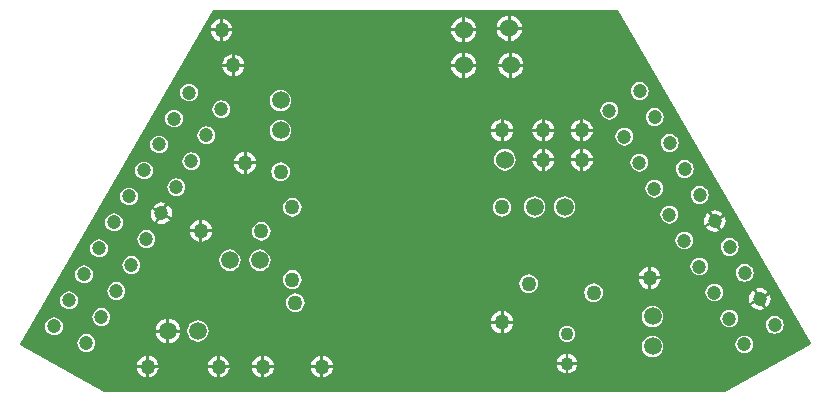
<source format=gbl>
%FSLAX44Y44*%
%MOMM*%
G71*
G01*
G75*
G04 Layer_Physical_Order=2*
G04 Layer_Color=16711680*
%ADD10R,0.7000X0.9000*%
%ADD11R,0.9000X0.7000*%
%ADD12R,2.5400X1.2700*%
%ADD13C,0.2540*%
%ADD14C,0.5000*%
%ADD15C,1.5240*%
%ADD16C,1.1000*%
%ADD17C,1.2000*%
%ADD18C,1.5000*%
%ADD19C,1.2700*%
G36*
X598698Y44716D02*
X598360Y43492D01*
X525912Y3059D01*
X796D01*
X-70477Y42836D01*
X-70815Y44060D01*
X92695Y327241D01*
X435567D01*
X598698Y44716D01*
D02*
G37*
%LPC*%
G36*
X471766Y98750D02*
X463750D01*
Y90734D01*
X464941Y90891D01*
X467215Y91833D01*
X469169Y93331D01*
X470667Y95285D01*
X471609Y97559D01*
X471766Y98750D01*
D02*
G37*
G36*
X160000Y106572D02*
X157951Y106302D01*
X156041Y105511D01*
X154401Y104253D01*
X153143Y102613D01*
X152352Y100703D01*
X152082Y98654D01*
X152352Y96605D01*
X153143Y94695D01*
X154401Y93055D01*
X156041Y91797D01*
X157951Y91006D01*
X160000Y90736D01*
X162049Y91006D01*
X163959Y91797D01*
X165599Y93055D01*
X166857Y94695D01*
X167648Y96605D01*
X167918Y98654D01*
X167648Y100703D01*
X166857Y102613D01*
X165599Y104253D01*
X163959Y105511D01*
X162049Y106302D01*
X160000Y106572D01*
D02*
G37*
G36*
X360000Y102918D02*
X357951Y102648D01*
X356041Y101857D01*
X354401Y100599D01*
X353143Y98959D01*
X352352Y97049D01*
X352082Y95000D01*
X352352Y92951D01*
X353143Y91041D01*
X354401Y89401D01*
X356041Y88143D01*
X357951Y87352D01*
X360000Y87082D01*
X362049Y87352D01*
X363959Y88143D01*
X365599Y89401D01*
X366857Y91041D01*
X367648Y92951D01*
X367918Y95000D01*
X367648Y97049D01*
X366857Y98959D01*
X365599Y100599D01*
X363959Y101857D01*
X362049Y102648D01*
X360000Y102918D01*
D02*
G37*
G36*
X461250Y98750D02*
X453234D01*
X453391Y97559D01*
X454333Y95285D01*
X455831Y93331D01*
X457785Y91833D01*
X460059Y90891D01*
X461250Y90734D01*
Y98750D01*
D02*
G37*
G36*
X-16331Y110553D02*
X-18289Y110295D01*
X-20114Y109540D01*
X-21680Y108337D01*
X-22883Y106771D01*
X-23638Y104946D01*
X-23896Y102988D01*
X-23638Y101031D01*
X-22883Y99206D01*
X-21680Y97639D01*
X-20114Y96437D01*
X-18289Y95681D01*
X-16331Y95424D01*
X-14374Y95681D01*
X-12549Y96437D01*
X-10982Y97639D01*
X-9780Y99206D01*
X-9024Y101031D01*
X-8767Y102989D01*
X-9024Y104946D01*
X-9780Y106771D01*
X-10982Y108337D01*
X-12549Y109540D01*
X-14374Y110295D01*
X-16331Y110553D01*
D02*
G37*
G36*
X463750Y109266D02*
Y101250D01*
X471766D01*
X471609Y102441D01*
X470667Y104715D01*
X469169Y106669D01*
X467215Y108167D01*
X464941Y109109D01*
X463750Y109266D01*
D02*
G37*
G36*
X504504Y117200D02*
X502546Y116942D01*
X500722Y116187D01*
X499155Y114985D01*
X497953Y113418D01*
X497197Y111593D01*
X496940Y109635D01*
X497197Y107678D01*
X497953Y105853D01*
X499155Y104286D01*
X500722Y103084D01*
X502546Y102329D01*
X504504Y102071D01*
X506462Y102329D01*
X508287Y103084D01*
X509853Y104286D01*
X511055Y105853D01*
X511811Y107678D01*
X512069Y109635D01*
X511811Y111593D01*
X511055Y113418D01*
X509853Y114985D01*
X508287Y116187D01*
X506462Y116942D01*
X504504Y117200D01*
D02*
G37*
G36*
X543041Y111852D02*
X541083Y111594D01*
X539259Y110839D01*
X537692Y109637D01*
X536490Y108070D01*
X535734Y106245D01*
X535477Y104288D01*
X535734Y102330D01*
X536490Y100505D01*
X537692Y98939D01*
X539259Y97736D01*
X541083Y96981D01*
X543041Y96723D01*
X544999Y96981D01*
X546824Y97736D01*
X548390Y98939D01*
X549593Y100505D01*
X550348Y102330D01*
X550606Y104288D01*
X550348Y106245D01*
X549593Y108070D01*
X548390Y109637D01*
X546824Y110839D01*
X544999Y111594D01*
X543041Y111852D01*
D02*
G37*
G36*
X461250Y109266D02*
X460059Y109109D01*
X457785Y108167D01*
X455831Y106669D01*
X454333Y104715D01*
X453391Y102441D01*
X453234Y101250D01*
X461250D01*
Y109266D01*
D02*
G37*
G36*
X-29031Y88556D02*
X-30989Y88298D01*
X-32814Y87543D01*
X-34380Y86340D01*
X-35583Y84774D01*
X-36338Y82949D01*
X-36596Y80991D01*
X-36338Y79033D01*
X-35583Y77209D01*
X-34380Y75642D01*
X-32814Y74440D01*
X-30989Y73685D01*
X-29031Y73427D01*
X-27074Y73685D01*
X-25249Y74440D01*
X-23682Y75642D01*
X-22480Y77209D01*
X-21724Y79033D01*
X-21467Y80991D01*
X-21724Y82949D01*
X-22480Y84774D01*
X-23682Y86341D01*
X-25249Y87543D01*
X-27074Y88298D01*
X-29031Y88556D01*
D02*
G37*
G36*
X564085Y85665D02*
X557449Y81833D01*
X561280Y75196D01*
X562160Y75872D01*
X563603Y77752D01*
X564510Y79941D01*
X564819Y82290D01*
X564510Y84640D01*
X564085Y85665D01*
D02*
G37*
G36*
X162500Y86904D02*
X160451Y86634D01*
X158541Y85843D01*
X156901Y84585D01*
X155643Y82945D01*
X154852Y81035D01*
X154582Y78986D01*
X154852Y76937D01*
X155643Y75027D01*
X156901Y73387D01*
X158541Y72129D01*
X160451Y71338D01*
X162500Y71068D01*
X164549Y71338D01*
X166459Y72129D01*
X168099Y73387D01*
X169357Y75027D01*
X170148Y76937D01*
X170418Y78986D01*
X170148Y81035D01*
X169357Y82945D01*
X168099Y84585D01*
X166459Y85843D01*
X164549Y86634D01*
X162500Y86904D01*
D02*
G37*
G36*
X555284Y80583D02*
X548647Y76751D01*
X549323Y75872D01*
X551203Y74429D01*
X553392Y73522D01*
X555741Y73213D01*
X558091Y73522D01*
X559115Y73947D01*
X555284Y80583D01*
D02*
G37*
G36*
X550202Y89384D02*
X549322Y88709D01*
X547880Y86829D01*
X546973Y84640D01*
X546664Y82290D01*
X546973Y79941D01*
X547397Y78917D01*
X554034Y82748D01*
X550202Y89384D01*
D02*
G37*
G36*
X10956Y96416D02*
X8998Y96158D01*
X7173Y95402D01*
X5606Y94200D01*
X4404Y92633D01*
X3649Y90809D01*
X3391Y88851D01*
X3649Y86893D01*
X4404Y85069D01*
X5606Y83502D01*
X7173Y82300D01*
X8998Y81544D01*
X10956Y81286D01*
X12914Y81544D01*
X14738Y82300D01*
X16305Y83502D01*
X17507Y85069D01*
X18262Y86893D01*
X18520Y88851D01*
X18262Y90809D01*
X17507Y92633D01*
X16305Y94200D01*
X14738Y95402D01*
X12914Y96158D01*
X10956Y96416D01*
D02*
G37*
G36*
X555741Y91368D02*
X553392Y91059D01*
X552367Y90634D01*
X556199Y83998D01*
X562835Y87830D01*
X562160Y88709D01*
X560280Y90152D01*
X558091Y91059D01*
X555741Y91368D01*
D02*
G37*
G36*
X415000Y95418D02*
X412951Y95148D01*
X411041Y94357D01*
X409401Y93099D01*
X408143Y91459D01*
X407352Y89549D01*
X407082Y87500D01*
X407352Y85451D01*
X408143Y83541D01*
X409401Y81901D01*
X411041Y80643D01*
X412951Y79852D01*
X415000Y79582D01*
X417049Y79852D01*
X418959Y80643D01*
X420599Y81901D01*
X421857Y83541D01*
X422648Y85451D01*
X422918Y87500D01*
X422648Y89549D01*
X421857Y91459D01*
X420599Y93099D01*
X418959Y94357D01*
X417049Y95148D01*
X415000Y95418D01*
D02*
G37*
G36*
X517204Y95203D02*
X515246Y94945D01*
X513422Y94190D01*
X511855Y92987D01*
X510653Y91421D01*
X509897Y89596D01*
X509640Y87638D01*
X509897Y85681D01*
X510653Y83856D01*
X511855Y82289D01*
X513422Y81087D01*
X515246Y80331D01*
X517204Y80074D01*
X519162Y80331D01*
X520987Y81087D01*
X522553Y82289D01*
X523755Y83856D01*
X524511Y85681D01*
X524769Y87638D01*
X524511Y89596D01*
X523755Y91421D01*
X522553Y92987D01*
X520987Y94190D01*
X519162Y94945D01*
X517204Y95203D01*
D02*
G37*
G36*
X23656Y118413D02*
X21698Y118155D01*
X19873Y117399D01*
X18306Y116197D01*
X17104Y114630D01*
X16349Y112806D01*
X16091Y110848D01*
X16349Y108890D01*
X17104Y107066D01*
X18306Y105499D01*
X19873Y104297D01*
X21698Y103541D01*
X23656Y103283D01*
X25614Y103541D01*
X27438Y104297D01*
X29005Y105499D01*
X30207Y107066D01*
X30963Y108890D01*
X31220Y110848D01*
X30963Y112806D01*
X30207Y114630D01*
X29005Y116197D01*
X27438Y117399D01*
X25614Y118155D01*
X23656Y118413D01*
D02*
G37*
G36*
X525985Y151656D02*
X519349Y147824D01*
X523180Y141188D01*
X524060Y141863D01*
X525503Y143743D01*
X526410Y145932D01*
X526719Y148282D01*
X526410Y150631D01*
X525985Y151656D01*
D02*
G37*
G36*
X81250Y149266D02*
X80059Y149109D01*
X77785Y148167D01*
X75831Y146669D01*
X74333Y144715D01*
X73391Y142441D01*
X73234Y141250D01*
X81250D01*
Y149266D01*
D02*
G37*
G36*
X517184Y146574D02*
X510547Y142743D01*
X511222Y141863D01*
X513102Y140420D01*
X515292Y139513D01*
X517641Y139204D01*
X519991Y139513D01*
X521015Y139938D01*
X517184Y146574D01*
D02*
G37*
G36*
X9069Y154547D02*
X7111Y154290D01*
X5286Y153534D01*
X3720Y152332D01*
X2517Y150765D01*
X1762Y148940D01*
X1504Y146982D01*
X1762Y145025D01*
X2517Y143200D01*
X3720Y141634D01*
X5286Y140431D01*
X7111Y139676D01*
X9069Y139418D01*
X11027Y139676D01*
X12851Y140431D01*
X14418Y141634D01*
X15620Y143200D01*
X16376Y145025D01*
X16633Y146982D01*
X16376Y148940D01*
X15620Y150765D01*
X14418Y152332D01*
X12851Y153534D01*
X11027Y154290D01*
X9069Y154547D01*
D02*
G37*
G36*
X83750Y149266D02*
Y141250D01*
X91766D01*
X91609Y142441D01*
X90667Y144715D01*
X89169Y146669D01*
X87215Y148167D01*
X84941Y149109D01*
X83750Y149266D01*
D02*
G37*
G36*
X479104Y161194D02*
X477146Y160937D01*
X475322Y160181D01*
X473755Y158979D01*
X472553Y157412D01*
X471797Y155587D01*
X471540Y153630D01*
X471797Y151672D01*
X472553Y149847D01*
X473755Y148280D01*
X475322Y147078D01*
X477146Y146323D01*
X479104Y146065D01*
X481062Y146323D01*
X482887Y147078D01*
X484453Y148280D01*
X485656Y149847D01*
X486411Y151672D01*
X486669Y153630D01*
X486411Y155588D01*
X485656Y157412D01*
X484453Y158979D01*
X482887Y160181D01*
X481062Y160937D01*
X479104Y161194D01*
D02*
G37*
G36*
X40712Y158216D02*
X40287Y157191D01*
X39978Y154842D01*
X40287Y152493D01*
X41194Y150303D01*
X42637Y148423D01*
X43517Y147748D01*
X47348Y154384D01*
X40712Y158216D01*
D02*
G37*
G36*
X512102Y155376D02*
X511222Y154700D01*
X509780Y152820D01*
X508873Y150631D01*
X508564Y148282D01*
X508873Y145932D01*
X509297Y144908D01*
X515934Y148739D01*
X512102Y155376D01*
D02*
G37*
G36*
X49513Y153134D02*
X45682Y146498D01*
X46706Y146074D01*
X49056Y145764D01*
X51405Y146074D01*
X53594Y146980D01*
X55474Y148423D01*
X56150Y149303D01*
X49513Y153134D01*
D02*
G37*
G36*
X-3631Y132550D02*
X-5589Y132292D01*
X-7414Y131537D01*
X-8980Y130335D01*
X-10183Y128768D01*
X-10938Y126943D01*
X-11196Y124986D01*
X-10938Y123028D01*
X-10183Y121203D01*
X-8980Y119636D01*
X-7414Y118434D01*
X-5589Y117678D01*
X-3631Y117421D01*
X-1673Y117678D01*
X151Y118434D01*
X1718Y119636D01*
X2920Y121203D01*
X3676Y123028D01*
X3933Y124986D01*
X3676Y126943D01*
X2920Y128768D01*
X1718Y130335D01*
X151Y131537D01*
X-1673Y132292D01*
X-3631Y132550D01*
D02*
G37*
G36*
X530341Y133849D02*
X528383Y133591D01*
X526559Y132836D01*
X524992Y131634D01*
X523790Y130067D01*
X523034Y128243D01*
X522777Y126285D01*
X523034Y124327D01*
X523790Y122502D01*
X524992Y120935D01*
X526559Y119733D01*
X528383Y118978D01*
X530341Y118720D01*
X532299Y118978D01*
X534124Y119733D01*
X535690Y120935D01*
X536893Y122502D01*
X537648Y124327D01*
X537906Y126285D01*
X537648Y128243D01*
X536893Y130067D01*
X535690Y131634D01*
X534124Y132836D01*
X532299Y133591D01*
X530341Y133849D01*
D02*
G37*
G36*
X107100Y124078D02*
X104750Y123768D01*
X102561Y122861D01*
X100681Y121419D01*
X99239Y119539D01*
X98332Y117350D01*
X98022Y115000D01*
X98332Y112650D01*
X99239Y110461D01*
X100681Y108581D01*
X102561Y107139D01*
X104750Y106232D01*
X107100Y105922D01*
X109450Y106232D01*
X111639Y107139D01*
X113519Y108581D01*
X114961Y110461D01*
X115868Y112650D01*
X116178Y115000D01*
X115868Y117350D01*
X114961Y119539D01*
X113519Y121419D01*
X111639Y122861D01*
X109450Y123768D01*
X107100Y124078D01*
D02*
G37*
G36*
X132500D02*
X130150Y123768D01*
X127961Y122861D01*
X126081Y121419D01*
X124639Y119539D01*
X123732Y117350D01*
X123422Y115000D01*
X123732Y112650D01*
X124639Y110461D01*
X126081Y108581D01*
X127961Y107139D01*
X130150Y106232D01*
X132500Y105922D01*
X134850Y106232D01*
X137039Y107139D01*
X138919Y108581D01*
X140361Y110461D01*
X141268Y112650D01*
X141578Y115000D01*
X141268Y117350D01*
X140361Y119539D01*
X138919Y121419D01*
X137039Y122861D01*
X134850Y123768D01*
X132500Y124078D01*
D02*
G37*
G36*
X491804Y139197D02*
X489846Y138940D01*
X488022Y138184D01*
X486455Y136982D01*
X485253Y135415D01*
X484497Y133590D01*
X484240Y131633D01*
X484497Y129675D01*
X485253Y127850D01*
X486455Y126284D01*
X488022Y125081D01*
X489846Y124326D01*
X491804Y124068D01*
X493762Y124326D01*
X495587Y125081D01*
X497153Y126284D01*
X498355Y127850D01*
X499111Y129675D01*
X499369Y131632D01*
X499111Y133590D01*
X498355Y135415D01*
X497153Y136982D01*
X495587Y138184D01*
X493762Y138940D01*
X491804Y139197D01*
D02*
G37*
G36*
X91766Y138750D02*
X83750D01*
Y130734D01*
X84941Y130891D01*
X87215Y131833D01*
X89169Y133331D01*
X90667Y135285D01*
X91609Y137559D01*
X91766Y138750D01*
D02*
G37*
G36*
X133744Y147466D02*
X131694Y147196D01*
X129785Y146405D01*
X128145Y145147D01*
X126887Y143507D01*
X126096Y141597D01*
X125826Y139548D01*
X126096Y137499D01*
X126887Y135589D01*
X128145Y133949D01*
X129785Y132691D01*
X131694Y131900D01*
X133744Y131630D01*
X135793Y131900D01*
X137703Y132691D01*
X139342Y133949D01*
X140601Y135589D01*
X141392Y137499D01*
X141661Y139548D01*
X141392Y141597D01*
X140601Y143507D01*
X139342Y145147D01*
X137703Y146405D01*
X135793Y147196D01*
X133744Y147466D01*
D02*
G37*
G36*
X36356Y140410D02*
X34398Y140152D01*
X32573Y139396D01*
X31007Y138194D01*
X29804Y136627D01*
X29049Y134803D01*
X28791Y132845D01*
X29049Y130887D01*
X29804Y129063D01*
X31007Y127496D01*
X32573Y126294D01*
X34398Y125538D01*
X36356Y125280D01*
X38314Y125538D01*
X40138Y126294D01*
X41705Y127496D01*
X42907Y129063D01*
X43663Y130887D01*
X43920Y132845D01*
X43663Y134803D01*
X42907Y136627D01*
X41705Y138194D01*
X40138Y139396D01*
X38314Y140152D01*
X36356Y140410D01*
D02*
G37*
G36*
X81250Y138750D02*
X73234D01*
X73391Y137559D01*
X74333Y135285D01*
X75831Y133331D01*
X77785Y131833D01*
X80059Y130891D01*
X81250Y130734D01*
Y138750D01*
D02*
G37*
G36*
X338750Y71766D02*
Y63750D01*
X346766D01*
X346609Y64941D01*
X345667Y67215D01*
X344169Y69169D01*
X342215Y70667D01*
X339941Y71609D01*
X338750Y71766D01*
D02*
G37*
G36*
X38750Y34266D02*
Y26250D01*
X46766D01*
X46609Y27441D01*
X45667Y29715D01*
X44169Y31669D01*
X42215Y33167D01*
X39941Y34109D01*
X38750Y34266D01*
D02*
G37*
G36*
X96250D02*
X95059Y34109D01*
X92785Y33167D01*
X90831Y31669D01*
X89333Y29715D01*
X88391Y27441D01*
X88234Y26250D01*
X96250D01*
Y34266D01*
D02*
G37*
G36*
X400909Y26250D02*
X393750D01*
Y19091D01*
X394719Y19219D01*
X396787Y20075D01*
X398562Y21438D01*
X399925Y23213D01*
X400781Y25281D01*
X400909Y26250D01*
D02*
G37*
G36*
X36250Y34266D02*
X35059Y34109D01*
X32785Y33167D01*
X30831Y31669D01*
X29333Y29715D01*
X28391Y27441D01*
X28234Y26250D01*
X36250D01*
Y34266D01*
D02*
G37*
G36*
X98750D02*
Y26250D01*
X106766D01*
X106609Y27441D01*
X105667Y29715D01*
X104169Y31669D01*
X102215Y33167D01*
X99941Y34109D01*
X98750Y34266D01*
D02*
G37*
G36*
X183750D02*
X182559Y34109D01*
X180285Y33167D01*
X178332Y31669D01*
X176833Y29715D01*
X175891Y27441D01*
X175734Y26250D01*
X183750D01*
Y34266D01*
D02*
G37*
G36*
X186250D02*
Y26250D01*
X194266D01*
X194109Y27441D01*
X193167Y29715D01*
X191668Y31669D01*
X189715Y33167D01*
X187441Y34109D01*
X186250Y34266D01*
D02*
G37*
G36*
X133750D02*
X132559Y34109D01*
X130285Y33167D01*
X128331Y31669D01*
X126833Y29715D01*
X125891Y27441D01*
X125734Y26250D01*
X133750D01*
Y34266D01*
D02*
G37*
G36*
X136250D02*
Y26250D01*
X144266D01*
X144109Y27441D01*
X143167Y29715D01*
X141669Y31669D01*
X139715Y33167D01*
X137441Y34109D01*
X136250Y34266D01*
D02*
G37*
G36*
X96250Y23750D02*
X88234D01*
X88391Y22559D01*
X89333Y20285D01*
X90831Y18332D01*
X92785Y16833D01*
X95059Y15891D01*
X96250Y15734D01*
Y23750D01*
D02*
G37*
G36*
X106766D02*
X98750D01*
Y15734D01*
X99941Y15891D01*
X102215Y16833D01*
X104169Y18332D01*
X105667Y20285D01*
X106609Y22559D01*
X106766Y23750D01*
D02*
G37*
G36*
X36250D02*
X28234D01*
X28391Y22559D01*
X29333Y20285D01*
X30831Y18332D01*
X32785Y16833D01*
X35059Y15891D01*
X36250Y15734D01*
Y23750D01*
D02*
G37*
G36*
X46766D02*
X38750D01*
Y15734D01*
X39941Y15891D01*
X42215Y16833D01*
X44169Y18332D01*
X45667Y20285D01*
X46609Y22559D01*
X46766Y23750D01*
D02*
G37*
G36*
X133750D02*
X125734D01*
X125891Y22559D01*
X126833Y20285D01*
X128331Y18332D01*
X130285Y16833D01*
X132559Y15891D01*
X133750Y15734D01*
Y23750D01*
D02*
G37*
G36*
X194266D02*
X186250D01*
Y15734D01*
X187441Y15891D01*
X189715Y16833D01*
X191668Y18332D01*
X193167Y20285D01*
X194109Y22559D01*
X194266Y23750D01*
D02*
G37*
G36*
X391250Y26250D02*
X384091D01*
X384219Y25281D01*
X385075Y23213D01*
X386438Y21438D01*
X388213Y20075D01*
X390281Y19219D01*
X391250Y19091D01*
Y26250D01*
D02*
G37*
G36*
X144266Y23750D02*
X136250D01*
Y15734D01*
X137441Y15891D01*
X139715Y16833D01*
X141669Y18332D01*
X143167Y20285D01*
X144109Y22559D01*
X144266Y23750D01*
D02*
G37*
G36*
X183750D02*
X175734D01*
X175891Y22559D01*
X176833Y20285D01*
X178332Y18332D01*
X180285Y16833D01*
X182559Y15891D01*
X183750Y15734D01*
Y23750D01*
D02*
G37*
G36*
X391250Y35909D02*
X390281Y35781D01*
X388213Y34925D01*
X386438Y33562D01*
X385075Y31787D01*
X384219Y29719D01*
X384091Y28750D01*
X391250D01*
Y35909D01*
D02*
G37*
G36*
X346766Y61250D02*
X338750D01*
Y53234D01*
X339941Y53391D01*
X342215Y54333D01*
X344169Y55831D01*
X345667Y57785D01*
X346609Y60059D01*
X346766Y61250D01*
D02*
G37*
G36*
X53350Y65426D02*
X51859Y65230D01*
X49305Y64172D01*
X47111Y62489D01*
X45428Y60295D01*
X44370Y57741D01*
X44174Y56250D01*
X53350D01*
Y65426D01*
D02*
G37*
G36*
X568441Y67858D02*
X566483Y67600D01*
X564659Y66845D01*
X563092Y65642D01*
X561890Y64076D01*
X561134Y62251D01*
X560877Y60293D01*
X561134Y58335D01*
X561890Y56511D01*
X563092Y54944D01*
X564659Y53742D01*
X566483Y52986D01*
X568441Y52729D01*
X570399Y52986D01*
X572224Y53742D01*
X573790Y54944D01*
X574992Y56511D01*
X575748Y58336D01*
X576006Y60293D01*
X575748Y62251D01*
X574992Y64076D01*
X573790Y65642D01*
X572224Y66845D01*
X570399Y67600D01*
X568441Y67858D01*
D02*
G37*
G36*
X336250Y61250D02*
X328234D01*
X328391Y60059D01*
X329333Y57785D01*
X330831Y55831D01*
X332785Y54333D01*
X335059Y53391D01*
X336250Y53234D01*
Y61250D01*
D02*
G37*
G36*
X55850Y65426D02*
Y56250D01*
X65026D01*
X64830Y57741D01*
X63772Y60295D01*
X62089Y62489D01*
X59895Y64172D01*
X57341Y65230D01*
X55850Y65426D01*
D02*
G37*
G36*
X-1744Y74419D02*
X-3702Y74161D01*
X-5527Y73405D01*
X-7093Y72203D01*
X-8296Y70636D01*
X-9051Y68812D01*
X-9309Y66854D01*
X-9051Y64896D01*
X-8296Y63071D01*
X-7093Y61505D01*
X-5527Y60303D01*
X-3702Y59547D01*
X-1744Y59289D01*
X214Y59547D01*
X2038Y60303D01*
X3605Y61505D01*
X4807Y63071D01*
X5562Y64896D01*
X5820Y66854D01*
X5562Y68812D01*
X4807Y70636D01*
X3605Y72203D01*
X2038Y73405D01*
X214Y74161D01*
X-1744Y74419D01*
D02*
G37*
G36*
X336250Y71766D02*
X335059Y71609D01*
X332785Y70667D01*
X330831Y69169D01*
X329333Y67215D01*
X328391Y64941D01*
X328234Y63750D01*
X336250D01*
Y71766D01*
D02*
G37*
G36*
X529904Y73206D02*
X527946Y72948D01*
X526122Y72193D01*
X524555Y70991D01*
X523353Y69424D01*
X522597Y67599D01*
X522340Y65641D01*
X522597Y63684D01*
X523353Y61859D01*
X524555Y60292D01*
X526122Y59090D01*
X527946Y58334D01*
X529904Y58077D01*
X531862Y58334D01*
X533687Y59090D01*
X535253Y60292D01*
X536455Y61859D01*
X537211Y63684D01*
X537469Y65641D01*
X537211Y67599D01*
X536455Y69424D01*
X535253Y70990D01*
X533687Y72193D01*
X531862Y72948D01*
X529904Y73206D01*
D02*
G37*
G36*
X465000Y76578D02*
X462650Y76268D01*
X460461Y75361D01*
X458581Y73919D01*
X457139Y72039D01*
X456232Y69850D01*
X455922Y67500D01*
X456232Y65150D01*
X457139Y62961D01*
X458581Y61081D01*
X460461Y59639D01*
X462650Y58732D01*
X465000Y58422D01*
X467350Y58732D01*
X469539Y59639D01*
X471419Y61081D01*
X472862Y62961D01*
X473768Y65150D01*
X474078Y67500D01*
X473768Y69850D01*
X472862Y72039D01*
X471419Y73919D01*
X469539Y75361D01*
X467350Y76268D01*
X465000Y76578D01*
D02*
G37*
G36*
X542604Y51209D02*
X540646Y50951D01*
X538822Y50196D01*
X537255Y48993D01*
X536053Y47427D01*
X535297Y45602D01*
X535040Y43644D01*
X535297Y41686D01*
X536053Y39862D01*
X537255Y38295D01*
X538822Y37093D01*
X540646Y36337D01*
X542604Y36080D01*
X544562Y36337D01*
X546387Y37093D01*
X547953Y38295D01*
X549156Y39862D01*
X549911Y41687D01*
X550169Y43644D01*
X549911Y45602D01*
X549156Y47427D01*
X547953Y48993D01*
X546387Y50196D01*
X544562Y50951D01*
X542604Y51209D01*
D02*
G37*
G36*
X-14444Y52421D02*
X-16402Y52164D01*
X-18227Y51408D01*
X-19793Y50206D01*
X-20996Y48639D01*
X-21751Y46815D01*
X-22009Y44857D01*
X-21751Y42899D01*
X-20996Y41074D01*
X-19793Y39508D01*
X-18227Y38305D01*
X-16402Y37550D01*
X-14444Y37292D01*
X-12486Y37550D01*
X-10662Y38305D01*
X-9095Y39508D01*
X-7893Y41074D01*
X-7138Y42899D01*
X-6880Y44857D01*
X-7138Y46815D01*
X-7893Y48639D01*
X-9095Y50206D01*
X-10662Y51408D01*
X-12486Y52164D01*
X-14444Y52421D01*
D02*
G37*
G36*
X393750Y35909D02*
Y28750D01*
X400909D01*
X400781Y29719D01*
X399925Y31787D01*
X398562Y33562D01*
X396787Y34925D01*
X394719Y35781D01*
X393750Y35909D01*
D02*
G37*
G36*
X465000Y51178D02*
X462650Y50868D01*
X460461Y49961D01*
X458581Y48519D01*
X457139Y46639D01*
X456232Y44450D01*
X455922Y42100D01*
X456232Y39750D01*
X457139Y37561D01*
X458581Y35681D01*
X460461Y34239D01*
X462650Y33332D01*
X465000Y33022D01*
X467350Y33332D01*
X469539Y34239D01*
X471419Y35681D01*
X472862Y37561D01*
X473768Y39750D01*
X474078Y42100D01*
X473768Y44450D01*
X472862Y46639D01*
X471419Y48519D01*
X469539Y49961D01*
X467350Y50868D01*
X465000Y51178D01*
D02*
G37*
G36*
X53350Y53750D02*
X44174D01*
X44370Y52259D01*
X45428Y49705D01*
X47111Y47511D01*
X49305Y45828D01*
X51859Y44770D01*
X53350Y44574D01*
Y53750D01*
D02*
G37*
G36*
X80000Y64078D02*
X77650Y63768D01*
X75461Y62861D01*
X73581Y61419D01*
X72139Y59539D01*
X71232Y57350D01*
X70922Y55000D01*
X71232Y52650D01*
X72139Y50461D01*
X73581Y48581D01*
X75461Y47139D01*
X77650Y46232D01*
X80000Y45922D01*
X82350Y46232D01*
X84539Y47139D01*
X86419Y48581D01*
X87861Y50461D01*
X88768Y52650D01*
X89078Y55000D01*
X88768Y57350D01*
X87861Y59539D01*
X86419Y61419D01*
X84539Y62861D01*
X82350Y63768D01*
X80000Y64078D01*
D02*
G37*
G36*
X-41731Y66559D02*
X-43689Y66301D01*
X-45514Y65546D01*
X-47080Y64343D01*
X-48283Y62777D01*
X-49038Y60952D01*
X-49296Y58994D01*
X-49038Y57036D01*
X-48283Y55212D01*
X-47080Y53645D01*
X-45514Y52443D01*
X-43689Y51687D01*
X-41731Y51430D01*
X-39773Y51687D01*
X-37949Y52443D01*
X-36382Y53645D01*
X-35180Y55212D01*
X-34424Y57036D01*
X-34167Y58994D01*
X-34424Y60952D01*
X-35180Y62777D01*
X-36382Y64343D01*
X-37949Y65546D01*
X-39773Y66301D01*
X-41731Y66559D01*
D02*
G37*
G36*
X65026Y53750D02*
X55850D01*
Y44574D01*
X57341Y44770D01*
X59895Y45828D01*
X62089Y47511D01*
X63772Y49705D01*
X64830Y52259D01*
X65026Y53750D01*
D02*
G37*
G36*
X392500Y59560D02*
X390673Y59320D01*
X388970Y58615D01*
X387508Y57492D01*
X386385Y56030D01*
X385680Y54327D01*
X385440Y52500D01*
X385680Y50673D01*
X386385Y48970D01*
X387508Y47508D01*
X388970Y46385D01*
X390673Y45680D01*
X392500Y45440D01*
X394327Y45680D01*
X396030Y46385D01*
X397492Y47508D01*
X398615Y48970D01*
X399320Y50673D01*
X399560Y52500D01*
X399320Y54327D01*
X398615Y56030D01*
X397492Y57492D01*
X396030Y58615D01*
X394327Y59320D01*
X392500Y59560D01*
D02*
G37*
G36*
X517641Y157359D02*
X515292Y157050D01*
X514267Y156625D01*
X518099Y149989D01*
X524735Y153821D01*
X524060Y154700D01*
X522180Y156143D01*
X519991Y157050D01*
X517641Y157359D01*
D02*
G37*
G36*
X72569Y264533D02*
X70611Y264275D01*
X68786Y263519D01*
X67220Y262317D01*
X66017Y260750D01*
X65262Y258926D01*
X65004Y256968D01*
X65262Y255010D01*
X66017Y253185D01*
X67220Y251619D01*
X68786Y250417D01*
X70611Y249661D01*
X72569Y249403D01*
X74527Y249661D01*
X76351Y250417D01*
X77918Y251619D01*
X79120Y253185D01*
X79876Y255010D01*
X80133Y256968D01*
X79876Y258926D01*
X79120Y260750D01*
X77918Y262317D01*
X76351Y263519D01*
X74527Y264275D01*
X72569Y264533D01*
D02*
G37*
G36*
X454141Y265832D02*
X452183Y265574D01*
X450359Y264818D01*
X448792Y263616D01*
X447590Y262049D01*
X446834Y260225D01*
X446577Y258267D01*
X446834Y256309D01*
X447590Y254485D01*
X448792Y252918D01*
X450359Y251716D01*
X452183Y250960D01*
X454141Y250702D01*
X456099Y250960D01*
X457924Y251716D01*
X459490Y252918D01*
X460692Y254485D01*
X461448Y256309D01*
X461706Y258267D01*
X461448Y260225D01*
X460692Y262049D01*
X459490Y263616D01*
X457924Y264818D01*
X456099Y265574D01*
X454141Y265832D01*
D02*
G37*
G36*
X99856Y250395D02*
X97898Y250137D01*
X96073Y249381D01*
X94507Y248179D01*
X93304Y246612D01*
X92549Y244788D01*
X92291Y242830D01*
X92549Y240872D01*
X93304Y239048D01*
X94507Y237481D01*
X96073Y236279D01*
X97898Y235523D01*
X99856Y235266D01*
X101813Y235523D01*
X103638Y236279D01*
X105205Y237481D01*
X106407Y239048D01*
X107163Y240872D01*
X107420Y242830D01*
X107163Y244788D01*
X106407Y246612D01*
X105205Y248179D01*
X103638Y249381D01*
X101813Y250137D01*
X99856Y250395D01*
D02*
G37*
G36*
X150000Y259478D02*
X147650Y259168D01*
X145461Y258262D01*
X143581Y256819D01*
X142139Y254939D01*
X141232Y252750D01*
X140922Y250400D01*
X141232Y248050D01*
X142139Y245861D01*
X143581Y243981D01*
X145461Y242539D01*
X147650Y241632D01*
X150000Y241322D01*
X152350Y241632D01*
X154539Y242539D01*
X156419Y243981D01*
X157861Y245861D01*
X158768Y248050D01*
X159078Y250400D01*
X158768Y252750D01*
X157861Y254939D01*
X156419Y256819D01*
X154539Y258262D01*
X152350Y259168D01*
X150000Y259478D01*
D02*
G37*
G36*
X303750Y278750D02*
X294453D01*
X294653Y277228D01*
X295723Y274644D01*
X297426Y272426D01*
X299644Y270723D01*
X302228Y269653D01*
X303750Y269453D01*
Y278750D01*
D02*
G37*
G36*
X355547D02*
X346250D01*
Y269453D01*
X347772Y269653D01*
X350356Y270723D01*
X352574Y272426D01*
X354277Y274644D01*
X355347Y277228D01*
X355547Y278750D01*
D02*
G37*
G36*
X108750D02*
X100734D01*
X100891Y277559D01*
X101833Y275285D01*
X103331Y273332D01*
X105285Y271833D01*
X107559Y270891D01*
X108750Y270734D01*
Y278750D01*
D02*
G37*
G36*
X315547D02*
X306250D01*
Y269453D01*
X307772Y269653D01*
X310356Y270723D01*
X312574Y272426D01*
X314277Y274644D01*
X315347Y277228D01*
X315547Y278750D01*
D02*
G37*
G36*
X343750D02*
X334453D01*
X334653Y277228D01*
X335723Y274644D01*
X337426Y272426D01*
X339644Y270723D01*
X342228Y269653D01*
X343750Y269453D01*
Y278750D01*
D02*
G37*
G36*
X428304Y249182D02*
X426346Y248925D01*
X424522Y248169D01*
X422955Y246967D01*
X421753Y245400D01*
X420997Y243576D01*
X420740Y241618D01*
X420997Y239660D01*
X421753Y237835D01*
X422955Y236269D01*
X424522Y235067D01*
X426346Y234311D01*
X428304Y234053D01*
X430262Y234311D01*
X432087Y235067D01*
X433653Y236269D01*
X434855Y237835D01*
X435611Y239660D01*
X435869Y241618D01*
X435611Y243576D01*
X434855Y245400D01*
X433653Y246967D01*
X432087Y248169D01*
X430262Y248925D01*
X428304Y249182D01*
D02*
G37*
G36*
X338750Y234266D02*
Y226250D01*
X346766D01*
X346609Y227441D01*
X345667Y229715D01*
X344169Y231668D01*
X342215Y233167D01*
X339941Y234109D01*
X338750Y234266D01*
D02*
G37*
G36*
X371250D02*
X370059Y234109D01*
X367785Y233167D01*
X365831Y231668D01*
X364333Y229715D01*
X363391Y227441D01*
X363234Y226250D01*
X371250D01*
Y234266D01*
D02*
G37*
G36*
X150000Y234078D02*
X147650Y233768D01*
X145461Y232861D01*
X143581Y231419D01*
X142139Y229539D01*
X141232Y227349D01*
X140922Y225000D01*
X141232Y222651D01*
X142139Y220461D01*
X143581Y218581D01*
X145461Y217139D01*
X147650Y216232D01*
X150000Y215922D01*
X152350Y216232D01*
X154539Y217139D01*
X156419Y218581D01*
X157861Y220461D01*
X158768Y222651D01*
X159078Y225000D01*
X158768Y227349D01*
X157861Y229539D01*
X156419Y231419D01*
X154539Y232861D01*
X152350Y233768D01*
X150000Y234078D01*
D02*
G37*
G36*
X336250Y234266D02*
X335059Y234109D01*
X332785Y233167D01*
X330831Y231668D01*
X329333Y229715D01*
X328391Y227441D01*
X328234Y226250D01*
X336250D01*
Y234266D01*
D02*
G37*
G36*
X373750D02*
Y226250D01*
X381766D01*
X381609Y227441D01*
X380667Y229715D01*
X379169Y231668D01*
X377215Y233167D01*
X374941Y234109D01*
X373750Y234266D01*
D02*
G37*
G36*
X59869Y242535D02*
X57911Y242278D01*
X56086Y241522D01*
X54520Y240320D01*
X53317Y238753D01*
X52562Y236929D01*
X52304Y234971D01*
X52562Y233013D01*
X53317Y231188D01*
X54520Y229622D01*
X56086Y228419D01*
X57911Y227664D01*
X59869Y227406D01*
X61827Y227664D01*
X63651Y228419D01*
X65218Y229622D01*
X66420Y231188D01*
X67176Y233013D01*
X67433Y234971D01*
X67176Y236929D01*
X66420Y238753D01*
X65218Y240320D01*
X63651Y241522D01*
X61827Y242278D01*
X59869Y242535D01*
D02*
G37*
G36*
X466841Y243834D02*
X464883Y243577D01*
X463059Y242821D01*
X461492Y241619D01*
X460290Y240052D01*
X459534Y238228D01*
X459277Y236270D01*
X459534Y234312D01*
X460290Y232487D01*
X461492Y230921D01*
X463059Y229719D01*
X464883Y228963D01*
X466841Y228705D01*
X468799Y228963D01*
X470624Y229719D01*
X472190Y230921D01*
X473392Y232487D01*
X474148Y234312D01*
X474406Y236270D01*
X474148Y238228D01*
X473392Y240052D01*
X472190Y241619D01*
X470624Y242821D01*
X468799Y243577D01*
X466841Y243834D01*
D02*
G37*
G36*
X403750Y234266D02*
X402559Y234109D01*
X400285Y233167D01*
X398331Y231668D01*
X396833Y229715D01*
X395891Y227441D01*
X395734Y226250D01*
X403750D01*
Y234266D01*
D02*
G37*
G36*
X406250D02*
Y226250D01*
X414266D01*
X414109Y227441D01*
X413167Y229715D01*
X411669Y231668D01*
X409715Y233167D01*
X407441Y234109D01*
X406250Y234266D01*
D02*
G37*
G36*
X109266Y308750D02*
X101250D01*
Y300734D01*
X102441Y300891D01*
X104715Y301833D01*
X106669Y303332D01*
X108167Y305285D01*
X109109Y307559D01*
X109266Y308750D01*
D02*
G37*
G36*
X98750Y319266D02*
X97559Y319109D01*
X95285Y318167D01*
X93331Y316668D01*
X91833Y314715D01*
X90891Y312441D01*
X90734Y311250D01*
X98750D01*
Y319266D01*
D02*
G37*
G36*
X354297Y310000D02*
X345000D01*
Y300703D01*
X346522Y300903D01*
X349106Y301973D01*
X351324Y303676D01*
X353027Y305894D01*
X354097Y308478D01*
X354297Y310000D01*
D02*
G37*
G36*
X98750Y308750D02*
X90734D01*
X90891Y307559D01*
X91833Y305285D01*
X93331Y303332D01*
X95285Y301833D01*
X97559Y300891D01*
X98750Y300734D01*
Y308750D01*
D02*
G37*
G36*
X101250Y319266D02*
Y311250D01*
X109266D01*
X109109Y312441D01*
X108167Y314715D01*
X106669Y316668D01*
X104715Y318167D01*
X102441Y319109D01*
X101250Y319266D01*
D02*
G37*
G36*
X342500Y321797D02*
X340978Y321597D01*
X338394Y320527D01*
X336176Y318824D01*
X334473Y316606D01*
X333403Y314022D01*
X333203Y312500D01*
X342500D01*
Y321797D01*
D02*
G37*
G36*
X345000D02*
Y312500D01*
X354297D01*
X354097Y314022D01*
X353027Y316606D01*
X351324Y318824D01*
X349106Y320527D01*
X346522Y321597D01*
X345000Y321797D01*
D02*
G37*
G36*
X303750Y320547D02*
X302228Y320347D01*
X299644Y319277D01*
X297426Y317574D01*
X295723Y315356D01*
X294653Y312772D01*
X294453Y311250D01*
X303750D01*
Y320547D01*
D02*
G37*
G36*
X306250D02*
Y311250D01*
X315547D01*
X315347Y312772D01*
X314277Y315356D01*
X312574Y317574D01*
X310356Y319277D01*
X307772Y320347D01*
X306250Y320547D01*
D02*
G37*
G36*
X342500Y310000D02*
X333203D01*
X333403Y308478D01*
X334473Y305894D01*
X336176Y303676D01*
X338394Y301973D01*
X340978Y300903D01*
X342500Y300703D01*
Y310000D01*
D02*
G37*
G36*
X111250Y289266D02*
Y281250D01*
X119266D01*
X119109Y282441D01*
X118167Y284715D01*
X116669Y286668D01*
X114715Y288167D01*
X112441Y289109D01*
X111250Y289266D01*
D02*
G37*
G36*
X303750Y290547D02*
X302228Y290347D01*
X299644Y289277D01*
X297426Y287574D01*
X295723Y285356D01*
X294653Y282772D01*
X294453Y281250D01*
X303750D01*
Y290547D01*
D02*
G37*
G36*
X119266Y278750D02*
X111250D01*
Y270734D01*
X112441Y270891D01*
X114715Y271833D01*
X116669Y273332D01*
X118167Y275285D01*
X119109Y277559D01*
X119266Y278750D01*
D02*
G37*
G36*
X108750Y289266D02*
X107559Y289109D01*
X105285Y288167D01*
X103331Y286668D01*
X101833Y284715D01*
X100891Y282441D01*
X100734Y281250D01*
X108750D01*
Y289266D01*
D02*
G37*
G36*
X306250Y290547D02*
Y281250D01*
X315547D01*
X315347Y282772D01*
X314277Y285356D01*
X312574Y287574D01*
X310356Y289277D01*
X307772Y290347D01*
X306250Y290547D01*
D02*
G37*
G36*
X303750Y308750D02*
X294453D01*
X294653Y307228D01*
X295723Y304644D01*
X297426Y302426D01*
X299644Y300723D01*
X302228Y299653D01*
X303750Y299453D01*
Y308750D01*
D02*
G37*
G36*
X315547D02*
X306250D01*
Y299453D01*
X307772Y299653D01*
X310356Y300723D01*
X312574Y302426D01*
X314277Y304644D01*
X315347Y307228D01*
X315547Y308750D01*
D02*
G37*
G36*
X343750Y290547D02*
X342228Y290347D01*
X339644Y289277D01*
X337426Y287574D01*
X335723Y285356D01*
X334653Y282772D01*
X334453Y281250D01*
X343750D01*
Y290547D01*
D02*
G37*
G36*
X346250D02*
Y281250D01*
X355547D01*
X355347Y282772D01*
X354277Y285356D01*
X352574Y287574D01*
X350356Y289277D01*
X347772Y290347D01*
X346250Y290547D01*
D02*
G37*
G36*
X492241Y199840D02*
X490283Y199583D01*
X488459Y198827D01*
X486892Y197625D01*
X485690Y196058D01*
X484934Y194234D01*
X484677Y192276D01*
X484934Y190318D01*
X485690Y188493D01*
X486892Y186927D01*
X488459Y185725D01*
X490283Y184969D01*
X492241Y184711D01*
X494199Y184969D01*
X496024Y185725D01*
X497590Y186927D01*
X498792Y188493D01*
X499548Y190318D01*
X499806Y192276D01*
X499548Y194234D01*
X498792Y196058D01*
X497590Y197625D01*
X496024Y198827D01*
X494199Y199583D01*
X492241Y199840D01*
D02*
G37*
G36*
X118750Y196250D02*
X110734D01*
X110891Y195059D01*
X111833Y192785D01*
X113331Y190832D01*
X115285Y189333D01*
X117559Y188391D01*
X118750Y188234D01*
Y196250D01*
D02*
G37*
G36*
X150000Y197922D02*
X147951Y197652D01*
X146041Y196861D01*
X144401Y195603D01*
X143143Y193963D01*
X142352Y192053D01*
X142082Y190004D01*
X142352Y187955D01*
X143143Y186045D01*
X144401Y184405D01*
X146041Y183147D01*
X147951Y182356D01*
X150000Y182086D01*
X152049Y182356D01*
X153959Y183147D01*
X155599Y184405D01*
X156857Y186045D01*
X157648Y187955D01*
X157918Y190004D01*
X157648Y192053D01*
X156857Y193963D01*
X155599Y195603D01*
X153959Y196861D01*
X152049Y197652D01*
X150000Y197922D01*
D02*
G37*
G36*
X34469Y198541D02*
X32511Y198284D01*
X30686Y197528D01*
X29120Y196326D01*
X27917Y194759D01*
X27162Y192934D01*
X26904Y190977D01*
X27162Y189019D01*
X27917Y187194D01*
X29120Y185628D01*
X30686Y184425D01*
X32511Y183670D01*
X34469Y183412D01*
X36426Y183670D01*
X38251Y184425D01*
X39818Y185628D01*
X41020Y187194D01*
X41776Y189019D01*
X42033Y190977D01*
X41776Y192934D01*
X41020Y194759D01*
X39818Y196326D01*
X38251Y197528D01*
X36426Y198284D01*
X34469Y198541D01*
D02*
G37*
G36*
X129266Y196250D02*
X121250D01*
Y188234D01*
X122441Y188391D01*
X124715Y189333D01*
X126669Y190832D01*
X128167Y192785D01*
X129109Y195059D01*
X129266Y196250D01*
D02*
G37*
G36*
X381766Y198750D02*
X373750D01*
Y190734D01*
X374941Y190891D01*
X377215Y191833D01*
X379169Y193332D01*
X380667Y195285D01*
X381609Y197559D01*
X381766Y198750D01*
D02*
G37*
G36*
X403750D02*
X395734D01*
X395891Y197559D01*
X396833Y195285D01*
X398331Y193332D01*
X400285Y191833D01*
X402559Y190891D01*
X403750Y190734D01*
Y198750D01*
D02*
G37*
G36*
X453704Y205188D02*
X451746Y204931D01*
X449922Y204175D01*
X448355Y202973D01*
X447153Y201406D01*
X446397Y199582D01*
X446140Y197624D01*
X446397Y195666D01*
X447153Y193841D01*
X448355Y192275D01*
X449922Y191072D01*
X451746Y190317D01*
X453704Y190059D01*
X455662Y190317D01*
X457487Y191072D01*
X459053Y192275D01*
X460256Y193841D01*
X461011Y195666D01*
X461269Y197624D01*
X461011Y199582D01*
X460256Y201406D01*
X459053Y202973D01*
X457487Y204175D01*
X455662Y204931D01*
X453704Y205188D01*
D02*
G37*
G36*
X371250Y198750D02*
X363234D01*
X363391Y197559D01*
X364333Y195285D01*
X365831Y193332D01*
X367785Y191833D01*
X370059Y190891D01*
X371250Y190734D01*
Y198750D01*
D02*
G37*
G36*
X61756Y184404D02*
X59798Y184146D01*
X57973Y183390D01*
X56406Y182188D01*
X55204Y180621D01*
X54449Y178797D01*
X54191Y176839D01*
X54449Y174881D01*
X55204Y173057D01*
X56406Y171490D01*
X57973Y170288D01*
X59798Y169532D01*
X61756Y169274D01*
X63713Y169532D01*
X65538Y170288D01*
X67105Y171490D01*
X68307Y173057D01*
X69062Y174881D01*
X69320Y176839D01*
X69062Y178797D01*
X68307Y180621D01*
X67105Y182188D01*
X65538Y183390D01*
X63713Y184146D01*
X61756Y184404D01*
D02*
G37*
G36*
X54595Y161936D02*
X50763Y155300D01*
X57400Y151468D01*
X57824Y152493D01*
X58133Y154842D01*
X57824Y157191D01*
X56917Y159381D01*
X55474Y161261D01*
X54595Y161936D01*
D02*
G37*
G36*
X160000Y167786D02*
X157951Y167516D01*
X156041Y166725D01*
X154401Y165467D01*
X153143Y163827D01*
X152352Y161917D01*
X152082Y159868D01*
X152352Y157819D01*
X153143Y155909D01*
X154401Y154269D01*
X156041Y153011D01*
X157951Y152220D01*
X160000Y151950D01*
X162049Y152220D01*
X163959Y153011D01*
X165599Y154269D01*
X166857Y155909D01*
X167648Y157819D01*
X167918Y159868D01*
X167648Y161917D01*
X166857Y163827D01*
X165599Y165467D01*
X163959Y166725D01*
X162049Y167516D01*
X160000Y167786D01*
D02*
G37*
G36*
X365000Y169078D02*
X362650Y168768D01*
X360461Y167861D01*
X358581Y166419D01*
X357139Y164539D01*
X356232Y162349D01*
X355922Y160000D01*
X356232Y157650D01*
X357139Y155461D01*
X358581Y153581D01*
X360461Y152139D01*
X362650Y151232D01*
X365000Y150922D01*
X367350Y151232D01*
X369539Y152139D01*
X371419Y153581D01*
X372862Y155461D01*
X373768Y157650D01*
X374078Y160000D01*
X373768Y162349D01*
X372862Y164539D01*
X371419Y166419D01*
X369539Y167861D01*
X367350Y168768D01*
X365000Y169078D01*
D02*
G37*
G36*
X390400D02*
X388050Y168768D01*
X385861Y167861D01*
X383981Y166419D01*
X382539Y164539D01*
X381632Y162349D01*
X381322Y160000D01*
X381632Y157650D01*
X382539Y155461D01*
X383981Y153581D01*
X385861Y152139D01*
X388050Y151232D01*
X390400Y150922D01*
X392749Y151232D01*
X394939Y152139D01*
X396819Y153581D01*
X398261Y155461D01*
X399168Y157650D01*
X399478Y160000D01*
X399168Y162349D01*
X398261Y164539D01*
X396819Y166419D01*
X394939Y167861D01*
X392749Y168768D01*
X390400Y169078D01*
D02*
G37*
G36*
X337500Y167786D02*
X335451Y167516D01*
X333541Y166725D01*
X331901Y165467D01*
X330643Y163827D01*
X329852Y161917D01*
X329582Y159868D01*
X329852Y157819D01*
X330643Y155909D01*
X331901Y154269D01*
X333541Y153011D01*
X335451Y152220D01*
X337500Y151950D01*
X339549Y152220D01*
X341459Y153011D01*
X343099Y154269D01*
X344357Y155909D01*
X345148Y157819D01*
X345418Y159868D01*
X345148Y161917D01*
X344357Y163827D01*
X343099Y165467D01*
X341459Y166725D01*
X339549Y167516D01*
X337500Y167786D01*
D02*
G37*
G36*
X504941Y177843D02*
X502983Y177586D01*
X501159Y176830D01*
X499592Y175628D01*
X498390Y174061D01*
X497634Y172237D01*
X497377Y170279D01*
X497634Y168321D01*
X498390Y166496D01*
X499592Y164930D01*
X501159Y163727D01*
X502983Y162972D01*
X504941Y162714D01*
X506899Y162972D01*
X508724Y163727D01*
X510290Y164930D01*
X511493Y166496D01*
X512248Y168321D01*
X512506Y170279D01*
X512248Y172237D01*
X511493Y174061D01*
X510290Y175628D01*
X508724Y176830D01*
X506899Y177586D01*
X504941Y177843D01*
D02*
G37*
G36*
X466404Y183191D02*
X464446Y182934D01*
X462622Y182178D01*
X461055Y180976D01*
X459853Y179409D01*
X459097Y177584D01*
X458840Y175627D01*
X459097Y173669D01*
X459853Y171844D01*
X461055Y170278D01*
X462622Y169075D01*
X464446Y168320D01*
X466404Y168062D01*
X468362Y168320D01*
X470187Y169075D01*
X471753Y170278D01*
X472956Y171844D01*
X473711Y173669D01*
X473969Y175627D01*
X473711Y177584D01*
X472956Y179409D01*
X471753Y180976D01*
X470187Y182178D01*
X468362Y182934D01*
X466404Y183191D01*
D02*
G37*
G36*
X49056Y163920D02*
X46706Y163610D01*
X44517Y162703D01*
X42637Y161261D01*
X41962Y160381D01*
X48598Y156550D01*
X52430Y163186D01*
X51405Y163610D01*
X49056Y163920D01*
D02*
G37*
G36*
X21769Y176544D02*
X19811Y176287D01*
X17986Y175531D01*
X16420Y174329D01*
X15217Y172762D01*
X14462Y170938D01*
X14204Y168979D01*
X14462Y167022D01*
X15217Y165197D01*
X16420Y163631D01*
X17986Y162428D01*
X19811Y161673D01*
X21769Y161415D01*
X23726Y161673D01*
X25551Y162428D01*
X27118Y163631D01*
X28320Y165197D01*
X29076Y167022D01*
X29333Y168980D01*
X29076Y170938D01*
X28320Y172762D01*
X27118Y174329D01*
X25551Y175531D01*
X23726Y176287D01*
X21769Y176544D01*
D02*
G37*
G36*
X87156Y228398D02*
X85198Y228140D01*
X83373Y227384D01*
X81806Y226182D01*
X80604Y224615D01*
X79849Y222791D01*
X79591Y220833D01*
X79849Y218875D01*
X80604Y217051D01*
X81806Y215484D01*
X83373Y214282D01*
X85198Y213526D01*
X87156Y213268D01*
X89114Y213526D01*
X90938Y214282D01*
X92505Y215484D01*
X93707Y217051D01*
X94462Y218875D01*
X94720Y220833D01*
X94462Y222791D01*
X93707Y224615D01*
X92505Y226182D01*
X90938Y227384D01*
X89114Y228140D01*
X87156Y228398D01*
D02*
G37*
G36*
X336250Y223750D02*
X328234D01*
X328391Y222559D01*
X329333Y220285D01*
X330831Y218332D01*
X332785Y216833D01*
X335059Y215891D01*
X336250Y215734D01*
Y223750D01*
D02*
G37*
G36*
X479541Y221838D02*
X477583Y221580D01*
X475759Y220824D01*
X474192Y219622D01*
X472990Y218055D01*
X472234Y216231D01*
X471977Y214273D01*
X472234Y212315D01*
X472990Y210490D01*
X474192Y208924D01*
X475759Y207722D01*
X477583Y206966D01*
X479541Y206708D01*
X481499Y206966D01*
X483324Y207722D01*
X484890Y208924D01*
X486092Y210490D01*
X486848Y212315D01*
X487106Y214273D01*
X486848Y216231D01*
X486092Y218055D01*
X484890Y219622D01*
X483324Y220824D01*
X481499Y221580D01*
X479541Y221838D01*
D02*
G37*
G36*
X441004Y227185D02*
X439046Y226928D01*
X437222Y226172D01*
X435655Y224970D01*
X434453Y223403D01*
X433697Y221579D01*
X433440Y219621D01*
X433697Y217663D01*
X434453Y215838D01*
X435655Y214272D01*
X437222Y213069D01*
X439046Y212314D01*
X441004Y212056D01*
X442962Y212314D01*
X444787Y213069D01*
X446353Y214272D01*
X447556Y215838D01*
X448311Y217663D01*
X448569Y219621D01*
X448311Y221579D01*
X447556Y223403D01*
X446353Y224970D01*
X444787Y226172D01*
X442962Y226928D01*
X441004Y227185D01*
D02*
G37*
G36*
X346766Y223750D02*
X338750D01*
Y215734D01*
X339941Y215891D01*
X342215Y216833D01*
X344169Y218332D01*
X345667Y220285D01*
X346609Y222559D01*
X346766Y223750D01*
D02*
G37*
G36*
X403750D02*
X395734D01*
X395891Y222559D01*
X396833Y220285D01*
X398331Y218332D01*
X400285Y216833D01*
X402559Y215891D01*
X403750Y215734D01*
Y223750D01*
D02*
G37*
G36*
X414266D02*
X406250D01*
Y215734D01*
X407441Y215891D01*
X409715Y216833D01*
X411669Y218332D01*
X413167Y220285D01*
X414109Y222559D01*
X414266Y223750D01*
D02*
G37*
G36*
X371250D02*
X363234D01*
X363391Y222559D01*
X364333Y220285D01*
X365831Y218332D01*
X367785Y216833D01*
X370059Y215891D01*
X371250Y215734D01*
Y223750D01*
D02*
G37*
G36*
X381766D02*
X373750D01*
Y215734D01*
X374941Y215891D01*
X377215Y216833D01*
X379169Y218332D01*
X380667Y220285D01*
X381609Y222559D01*
X381766Y223750D01*
D02*
G37*
G36*
X47169Y220538D02*
X45211Y220281D01*
X43386Y219525D01*
X41820Y218323D01*
X40617Y216756D01*
X39862Y214932D01*
X39604Y212974D01*
X39862Y211016D01*
X40617Y209191D01*
X41820Y207625D01*
X43386Y206422D01*
X45211Y205667D01*
X47169Y205409D01*
X49127Y205667D01*
X50951Y206422D01*
X52518Y207625D01*
X53720Y209191D01*
X54476Y211016D01*
X54733Y212974D01*
X54476Y214932D01*
X53720Y216756D01*
X52518Y218323D01*
X50951Y219525D01*
X49127Y220281D01*
X47169Y220538D01*
D02*
G37*
G36*
X74456Y206401D02*
X72498Y206143D01*
X70673Y205387D01*
X69106Y204185D01*
X67904Y202618D01*
X67149Y200794D01*
X66891Y198836D01*
X67149Y196878D01*
X67904Y195054D01*
X69106Y193487D01*
X70673Y192285D01*
X72498Y191529D01*
X74456Y191271D01*
X76413Y191529D01*
X78238Y192285D01*
X79805Y193487D01*
X81007Y195054D01*
X81763Y196878D01*
X82020Y198836D01*
X81763Y200794D01*
X81007Y202618D01*
X79805Y204185D01*
X78238Y205387D01*
X76413Y206143D01*
X74456Y206401D01*
D02*
G37*
G36*
X118750Y206766D02*
X117559Y206609D01*
X115285Y205667D01*
X113331Y204168D01*
X111833Y202215D01*
X110891Y199941D01*
X110734Y198750D01*
X118750D01*
Y206766D01*
D02*
G37*
G36*
X414266Y198750D02*
X406250D01*
Y190734D01*
X407441Y190891D01*
X409715Y191833D01*
X411669Y193332D01*
X413167Y195285D01*
X414109Y197559D01*
X414266Y198750D01*
D02*
G37*
G36*
X340000Y209199D02*
X337619Y208885D01*
X335401Y207966D01*
X333495Y206504D01*
X332034Y204599D01*
X331115Y202381D01*
X330801Y200000D01*
X331115Y197619D01*
X332034Y195401D01*
X333495Y193496D01*
X335401Y192034D01*
X337619Y191115D01*
X340000Y190801D01*
X342381Y191115D01*
X344599Y192034D01*
X346505Y193496D01*
X347966Y195401D01*
X348885Y197619D01*
X349199Y200000D01*
X348885Y202381D01*
X347966Y204599D01*
X346505Y206504D01*
X344599Y207966D01*
X342381Y208885D01*
X340000Y209199D01*
D02*
G37*
G36*
X121250Y206766D02*
Y198750D01*
X129266D01*
X129109Y199941D01*
X128167Y202215D01*
X126669Y204168D01*
X124715Y205667D01*
X122441Y206609D01*
X121250Y206766D01*
D02*
G37*
G36*
X403750Y209266D02*
X402559Y209109D01*
X400285Y208167D01*
X398331Y206668D01*
X396833Y204715D01*
X395891Y202441D01*
X395734Y201250D01*
X403750D01*
Y209266D01*
D02*
G37*
G36*
X406250D02*
Y201250D01*
X414266D01*
X414109Y202441D01*
X413167Y204715D01*
X411669Y206668D01*
X409715Y208167D01*
X407441Y209109D01*
X406250Y209266D01*
D02*
G37*
G36*
X371250D02*
X370059Y209109D01*
X367785Y208167D01*
X365831Y206668D01*
X364333Y204715D01*
X363391Y202441D01*
X363234Y201250D01*
X371250D01*
Y209266D01*
D02*
G37*
G36*
X373750D02*
Y201250D01*
X381766D01*
X381609Y202441D01*
X380667Y204715D01*
X379169Y206668D01*
X377215Y208167D01*
X374941Y209109D01*
X373750Y209266D01*
D02*
G37*
%LPD*%
D15*
X340000Y200000D02*
D03*
X305000Y310000D02*
D03*
X343750Y311250D02*
D03*
X305000Y280000D02*
D03*
X345000D02*
D03*
D16*
X392500Y27500D02*
D03*
Y52500D02*
D03*
D17*
X-41731Y58994D02*
D03*
X-29031Y80991D02*
D03*
X-16331Y102988D02*
D03*
X-3631Y124986D02*
D03*
X9069Y146982D02*
D03*
X21769Y168980D02*
D03*
X34469Y190977D02*
D03*
X47169Y212974D02*
D03*
X59869Y234971D02*
D03*
X72569Y256968D02*
D03*
X99856Y242830D02*
D03*
X87156Y220833D02*
D03*
X74456Y198836D02*
D03*
X61756Y176839D02*
D03*
X49056Y154842D02*
D03*
X36356Y132845D02*
D03*
X23656Y110848D02*
D03*
X10956Y88851D02*
D03*
X-1744Y66854D02*
D03*
X-14444Y44857D02*
D03*
X542604Y43644D02*
D03*
X529904Y65641D02*
D03*
X517204Y87638D02*
D03*
X504504Y109635D02*
D03*
X491804Y131632D02*
D03*
X479104Y153630D02*
D03*
X466404Y175627D02*
D03*
X453704Y197624D02*
D03*
X441004Y219621D02*
D03*
X428304Y241618D02*
D03*
X454141Y258267D02*
D03*
X466841Y236270D02*
D03*
X479541Y214273D02*
D03*
X492241Y192276D02*
D03*
X504941Y170279D02*
D03*
X517641Y148282D02*
D03*
X530341Y126285D02*
D03*
X543041Y104288D02*
D03*
X555741Y82290D02*
D03*
X568441Y60293D02*
D03*
D18*
X465000Y42100D02*
D03*
Y67500D02*
D03*
X54600Y55000D02*
D03*
X80000D02*
D03*
X150000Y250400D02*
D03*
Y225000D02*
D03*
X107100Y115000D02*
D03*
X132500D02*
D03*
X390400Y160000D02*
D03*
X365000D02*
D03*
D19*
X185000Y25000D02*
D03*
X135000D02*
D03*
X97500D02*
D03*
X37500D02*
D03*
X337500Y62500D02*
D03*
X462500Y100000D02*
D03*
X405000Y225000D02*
D03*
X372500D02*
D03*
X337500D02*
D03*
X405000Y200000D02*
D03*
X372500D02*
D03*
X110000Y280000D02*
D03*
X82500Y140000D02*
D03*
X120000Y197500D02*
D03*
X100000Y310000D02*
D03*
X162500Y78986D02*
D03*
X150000Y190004D02*
D03*
X160000Y98654D02*
D03*
X337500Y159868D02*
D03*
X415000Y87500D02*
D03*
X360000Y95000D02*
D03*
X160000Y159868D02*
D03*
X133744Y139548D02*
D03*
M02*

</source>
